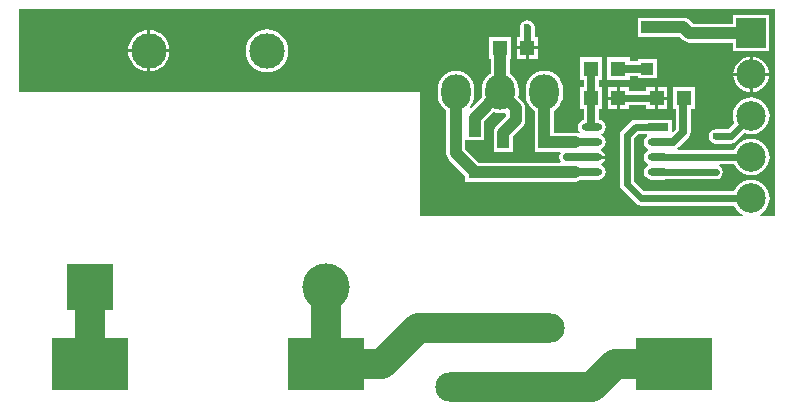
<source format=gbl>
G04*
G04 #@! TF.GenerationSoftware,Altium Limited,Altium Designer,19.0.5 (141)*
G04*
G04 Layer_Physical_Order=4*
G04 Layer_Color=16711680*
%FSLAX25Y25*%
%MOIN*%
G70*
G01*
G75*
%ADD19C,0.02362*%
%ADD20C,0.11811*%
%ADD21R,0.15748X0.15748*%
%ADD22C,0.15748*%
%ADD23C,0.09843*%
%ADD24R,0.09843X0.09843*%
%ADD25O,0.13780X0.09843*%
%ADD26O,0.09843X0.11811*%
%ADD27R,0.25591X0.17717*%
%ADD28C,0.02362*%
%ADD39R,0.03937X0.03937*%
%ADD40R,0.03937X0.03937*%
%ADD41R,0.06890X0.02559*%
%ADD42O,0.06890X0.02559*%
%ADD43R,0.05118X0.05118*%
%ADD44C,0.09843*%
%ADD45C,0.02559*%
%ADD46C,0.01968*%
%ADD47C,0.03937*%
G36*
X253937Y135827D02*
X253937Y66929D01*
X249021D01*
X248895Y67429D01*
X249470Y67736D01*
X250399Y68499D01*
X251162Y69428D01*
X251728Y70488D01*
X252077Y71638D01*
X252195Y72835D01*
X252077Y74031D01*
X251728Y75181D01*
X251162Y76241D01*
X250399Y77171D01*
X249470Y77933D01*
X248410Y78500D01*
X247259Y78849D01*
X246063Y78966D01*
X244867Y78849D01*
X243716Y78500D01*
X242656Y77933D01*
X241727Y77171D01*
X240965Y76241D01*
X240431Y75243D01*
X210447D01*
X207133Y78557D01*
Y92839D01*
X208500Y94206D01*
X210335D01*
Y94153D01*
X211267D01*
X211418Y93654D01*
X211021Y93388D01*
X210477Y92574D01*
X210286Y91614D01*
X210477Y90654D01*
X211021Y89840D01*
X211692Y89392D01*
X211712Y89328D01*
Y88901D01*
X211692Y88836D01*
X211021Y88388D01*
X210477Y87574D01*
X210286Y86614D01*
X210477Y85654D01*
X211021Y84840D01*
X211692Y84392D01*
X211712Y84328D01*
Y83901D01*
X211692Y83836D01*
X211021Y83388D01*
X210477Y82574D01*
X210286Y81614D01*
X210477Y80654D01*
X211021Y79840D01*
X211835Y79296D01*
X212795Y79105D01*
X217126D01*
X217631Y79206D01*
X234252D01*
X235174Y79389D01*
X235955Y79911D01*
X236477Y80692D01*
X236660Y81614D01*
X236477Y82536D01*
X235955Y83317D01*
X235374Y83706D01*
X235525Y84206D01*
X240431D01*
X240965Y83207D01*
X241727Y82278D01*
X242656Y81516D01*
X243716Y80949D01*
X244867Y80600D01*
X246063Y80482D01*
X247259Y80600D01*
X248410Y80949D01*
X249470Y81516D01*
X250399Y82278D01*
X251162Y83207D01*
X251728Y84268D01*
X252077Y85418D01*
X252195Y86614D01*
X252077Y87810D01*
X251728Y88961D01*
X251162Y90021D01*
X250399Y90950D01*
X249470Y91713D01*
X248410Y92279D01*
X247259Y92628D01*
X246063Y92746D01*
X244867Y92628D01*
X243716Y92279D01*
X242656Y91713D01*
X241727Y90950D01*
X240965Y90021D01*
X240431Y89023D01*
X221529D01*
X221378Y89523D01*
X221853Y89840D01*
X225199Y93187D01*
X225743Y94001D01*
X225934Y94961D01*
Y102559D01*
X227362D01*
Y110039D01*
X219882D01*
Y102559D01*
X220916D01*
Y96000D01*
X220048Y95132D01*
X219587Y95323D01*
Y99075D01*
X210335D01*
Y99023D01*
X207502D01*
X206580Y98839D01*
X205799Y98317D01*
X203021Y95539D01*
X202499Y94758D01*
X202316Y93836D01*
Y77559D01*
X202499Y76637D01*
X203021Y75856D01*
X207746Y71132D01*
X208527Y70609D01*
X209449Y70426D01*
X240431D01*
X240965Y69428D01*
X241727Y68499D01*
X242656Y67736D01*
X243231Y67429D01*
X243106Y66929D01*
X232283Y66929D01*
X135827D01*
Y108268D01*
X1969Y108268D01*
Y135827D01*
X253937Y135827D01*
D02*
G37*
G36*
X189306Y21654D02*
D01*
D02*
G37*
%LPC*%
G36*
X252165Y134055D02*
X239961D01*
Y131130D01*
X226769D01*
X225731Y132168D01*
X225073Y132672D01*
X224307Y132990D01*
X223484Y133098D01*
X211417D01*
X211211Y133071D01*
X208268D01*
Y130128D01*
X208241Y129921D01*
X208268Y129715D01*
Y126772D01*
X211211D01*
X211417Y126744D01*
X222168D01*
X223206Y125706D01*
X223864Y125202D01*
X224630Y124884D01*
X225453Y124776D01*
X239961D01*
Y121850D01*
X252165D01*
Y134055D01*
D02*
G37*
G36*
X171457Y132330D02*
X170535Y132146D01*
X169754Y131624D01*
X169231Y130843D01*
X169048Y129921D01*
Y126591D01*
X167898D01*
Y123531D01*
X171457D01*
X175016D01*
Y126591D01*
X173865D01*
Y129921D01*
X173682Y130843D01*
X173160Y131624D01*
X172378Y132146D01*
X171457Y132330D01*
D02*
G37*
G36*
X45776Y128937D02*
Y122547D01*
X52165D01*
X52081Y123401D01*
X51686Y124703D01*
X51045Y125902D01*
X50182Y126954D01*
X49131Y127817D01*
X47931Y128458D01*
X46629Y128853D01*
X45776Y128937D01*
D02*
G37*
G36*
X44776Y128937D02*
X43922Y128853D01*
X42620Y128458D01*
X41421Y127817D01*
X40369Y126954D01*
X39506Y125902D01*
X38865Y124703D01*
X38470Y123401D01*
X38386Y122547D01*
X44776D01*
Y128937D01*
D02*
G37*
G36*
X175016Y122531D02*
X171957D01*
Y119473D01*
X175016D01*
Y122531D01*
D02*
G37*
G36*
X170957D02*
X167898D01*
Y119473D01*
X170957D01*
Y122531D01*
D02*
G37*
G36*
X52165Y121547D02*
X45776D01*
Y115158D01*
X46629Y115242D01*
X47931Y115637D01*
X49131Y116278D01*
X50182Y117141D01*
X51045Y118192D01*
X51686Y119392D01*
X52081Y120694D01*
X52165Y121547D01*
D02*
G37*
G36*
X44776D02*
X38386D01*
X38470Y120694D01*
X38865Y119392D01*
X39506Y118192D01*
X40369Y117141D01*
X41421Y116278D01*
X42620Y115637D01*
X43922Y115242D01*
X44776Y115158D01*
Y121547D01*
D02*
G37*
G36*
X84646Y129168D02*
X83256Y129031D01*
X81921Y128626D01*
X80690Y127968D01*
X79610Y127083D01*
X78725Y126003D01*
X78067Y124772D01*
X77662Y123436D01*
X77525Y122047D01*
X77662Y120658D01*
X78067Y119322D01*
X78725Y118091D01*
X79610Y117012D01*
X80690Y116126D01*
X81921Y115468D01*
X83256Y115063D01*
X84646Y114926D01*
X86035Y115063D01*
X87371Y115468D01*
X88602Y116126D01*
X89681Y117012D01*
X90566Y118091D01*
X91224Y119322D01*
X91630Y120658D01*
X91767Y122047D01*
X91630Y123436D01*
X91224Y124772D01*
X90566Y126003D01*
X89681Y127083D01*
X88602Y127968D01*
X87371Y128626D01*
X86035Y129031D01*
X84646Y129168D01*
D02*
G37*
G36*
X246563Y120074D02*
Y114673D01*
X251964D01*
X251899Y115334D01*
X251560Y116450D01*
X251010Y117479D01*
X250270Y118380D01*
X249369Y119120D01*
X248340Y119670D01*
X247224Y120009D01*
X246563Y120074D01*
D02*
G37*
G36*
X245563D02*
X244902Y120009D01*
X243786Y119670D01*
X242757Y119120D01*
X241856Y118380D01*
X241116Y117479D01*
X240566Y116450D01*
X240227Y115334D01*
X240162Y114673D01*
X245563D01*
Y120074D01*
D02*
G37*
G36*
X205512Y119882D02*
X198031D01*
Y112402D01*
X205512D01*
Y113633D01*
X208268D01*
Y112992D01*
X214567D01*
Y119291D01*
X208268D01*
Y118651D01*
X205512D01*
Y119882D01*
D02*
G37*
G36*
X214067Y109858D02*
X211008D01*
Y108708D01*
X205331D01*
Y109858D01*
X202272D01*
Y106299D01*
Y102740D01*
X205331D01*
Y103891D01*
X211008D01*
Y102740D01*
X214067D01*
Y106299D01*
Y109858D01*
D02*
G37*
G36*
X251964Y113673D02*
X246563D01*
Y108273D01*
X247224Y108338D01*
X248340Y108676D01*
X249369Y109226D01*
X250270Y109966D01*
X251010Y110868D01*
X251560Y111896D01*
X251899Y113013D01*
X251964Y113673D01*
D02*
G37*
G36*
X245563D02*
X240162D01*
X240227Y113013D01*
X240566Y111896D01*
X241116Y110868D01*
X241856Y109966D01*
X242757Y109226D01*
X243786Y108676D01*
X244902Y108338D01*
X245563Y108273D01*
Y113673D01*
D02*
G37*
G36*
X218126Y109858D02*
X215067D01*
Y106799D01*
X218126D01*
Y109858D01*
D02*
G37*
G36*
X201272D02*
X198213D01*
Y106799D01*
X201272D01*
Y109858D01*
D02*
G37*
G36*
X166142Y126772D02*
X158661D01*
Y119291D01*
X159225D01*
Y114473D01*
X158995Y114350D01*
X158066Y113588D01*
X157303Y112659D01*
X156736Y111599D01*
X156387Y110448D01*
X156270Y109252D01*
Y107283D01*
X156328Y106687D01*
X152766Y103124D01*
X152395Y103461D01*
X152736Y103877D01*
X153303Y104937D01*
X153652Y106087D01*
X153770Y107283D01*
Y109252D01*
X153652Y110448D01*
X153303Y111599D01*
X152736Y112659D01*
X151974Y113588D01*
X151044Y114350D01*
X149984Y114917D01*
X148834Y115266D01*
X147638Y115384D01*
X146441Y115266D01*
X145291Y114917D01*
X144231Y114350D01*
X143302Y113588D01*
X142539Y112659D01*
X141973Y111599D01*
X141624Y110448D01*
X141506Y109252D01*
Y107283D01*
X141624Y106087D01*
X141973Y104937D01*
X142539Y103877D01*
X143302Y102948D01*
X144231Y102185D01*
X144461Y102062D01*
Y87913D01*
X144569Y87091D01*
X144887Y86325D01*
X145391Y85667D01*
X150787Y80271D01*
Y78465D01*
X153731D01*
X153937Y78437D01*
X187402D01*
X188224Y78546D01*
X188990Y78863D01*
X189306Y79105D01*
X195079D01*
X196039Y79296D01*
X196853Y79840D01*
X197397Y80654D01*
X197588Y81614D01*
X197397Y82574D01*
X196853Y83388D01*
X196039Y83932D01*
X195940Y83952D01*
Y84461D01*
X195968Y84467D01*
X196722Y84971D01*
X197226Y85725D01*
X197303Y86114D01*
X192913D01*
Y87114D01*
X197303D01*
X197226Y87504D01*
X196722Y88258D01*
X195968Y88761D01*
X195940Y88767D01*
Y89277D01*
X196039Y89296D01*
X196853Y89840D01*
X197397Y90654D01*
X197588Y91614D01*
X197397Y92574D01*
X196853Y93388D01*
X196182Y93836D01*
X196162Y93901D01*
Y94327D01*
X196182Y94392D01*
X196853Y94840D01*
X197397Y95654D01*
X197588Y96614D01*
X197397Y97574D01*
X196853Y98388D01*
X196039Y98932D01*
X195225Y99094D01*
Y102559D01*
X196457D01*
Y110039D01*
X195225D01*
Y112402D01*
X196457D01*
Y119882D01*
X188976D01*
Y112402D01*
X190208D01*
Y110039D01*
X188976D01*
Y102559D01*
X190208D01*
Y99015D01*
X189788Y98932D01*
X188974Y98388D01*
X188430Y97574D01*
X188239Y96614D01*
X188430Y95654D01*
X188907Y94941D01*
X188630Y94514D01*
X188224Y94683D01*
X187402Y94791D01*
X180342D01*
Y102062D01*
X180572Y102185D01*
X181501Y102948D01*
X182264Y103877D01*
X182831Y104937D01*
X183179Y106087D01*
X183297Y107283D01*
Y109252D01*
X183179Y110448D01*
X182831Y111599D01*
X182264Y112659D01*
X181501Y113588D01*
X180572Y114350D01*
X179512Y114917D01*
X178362Y115266D01*
X177165Y115384D01*
X175969Y115266D01*
X174819Y114917D01*
X173759Y114350D01*
X172829Y113588D01*
X172067Y112659D01*
X171500Y111599D01*
X171151Y110448D01*
X171034Y109252D01*
Y107283D01*
X171151Y106087D01*
X171500Y104937D01*
X172067Y103877D01*
X172829Y102948D01*
X173759Y102185D01*
X173989Y102062D01*
Y91614D01*
X174016Y91408D01*
Y88465D01*
X176959D01*
X177165Y88437D01*
X182303D01*
X182570Y87937D01*
X182328Y87574D01*
X182137Y86614D01*
X182328Y85654D01*
X182570Y85291D01*
X182303Y84791D01*
X155253D01*
X150815Y89229D01*
Y92244D01*
X153731D01*
X153937Y92217D01*
X154144Y92244D01*
X157087D01*
Y95187D01*
X157114Y95394D01*
Y98487D01*
X160201Y101574D01*
X161205Y101269D01*
X162402Y101152D01*
X163598Y101269D01*
X164003Y101392D01*
X164405Y101094D01*
Y100135D01*
X161140Y96869D01*
X160635Y96211D01*
X160317Y95445D01*
X160209Y94623D01*
Y91614D01*
X160236Y91408D01*
Y88465D01*
X163179D01*
X163386Y88437D01*
X163592Y88465D01*
X166535D01*
Y91408D01*
X166563Y91614D01*
Y93307D01*
X169828Y96573D01*
X170333Y97230D01*
X170650Y97997D01*
X170758Y98819D01*
Y102959D01*
X170650Y103781D01*
X170333Y104547D01*
X169828Y105205D01*
X168463Y106570D01*
X168534Y107283D01*
Y109252D01*
X168416Y110448D01*
X168067Y111599D01*
X167500Y112659D01*
X166737Y113588D01*
X165808Y114350D01*
X165578Y114473D01*
Y119291D01*
X166142D01*
Y126772D01*
D02*
G37*
G36*
X218126Y105799D02*
X215067D01*
Y102740D01*
X218126D01*
Y105799D01*
D02*
G37*
G36*
X201272D02*
X198213D01*
Y102740D01*
X201272D01*
Y105799D01*
D02*
G37*
G36*
X246063Y106526D02*
X244867Y106408D01*
X243716Y106059D01*
X242656Y105492D01*
X241727Y104730D01*
X240965Y103800D01*
X240398Y102740D01*
X240049Y101590D01*
X239931Y100394D01*
X240049Y99197D01*
X240377Y98114D01*
X238176Y95912D01*
X234252D01*
X233330Y95729D01*
X232549Y95207D01*
X232027Y94426D01*
X231843Y93504D01*
X232027Y92582D01*
X232549Y91801D01*
X233330Y91279D01*
X234252Y91096D01*
X239173D01*
X240095Y91279D01*
X240876Y91801D01*
X243784Y94708D01*
X244867Y94380D01*
X246063Y94262D01*
X247259Y94380D01*
X248410Y94729D01*
X249470Y95295D01*
X250399Y96058D01*
X251162Y96987D01*
X251728Y98047D01*
X252077Y99197D01*
X252195Y100394D01*
X252077Y101590D01*
X251728Y102740D01*
X251162Y103800D01*
X250399Y104730D01*
X249470Y105492D01*
X248410Y106059D01*
X247259Y106408D01*
X246063Y106526D01*
D02*
G37*
%LPD*%
D19*
X209449Y72835D02*
X246063D01*
X204724Y77559D02*
X209449Y72835D01*
X204724Y77559D02*
Y93836D01*
X207502Y96614D01*
X214961D01*
X239173Y93504D02*
X246063Y100394D01*
X234252Y93504D02*
X239173D01*
X214961Y81614D02*
X234252D01*
X214961Y86614D02*
X246063D01*
X171457Y123031D02*
Y129921D01*
X208268Y106299D02*
X214567D01*
X201772D02*
X208268D01*
D20*
X84646Y122047D02*
D03*
X45276D02*
D03*
D21*
X25591Y43307D02*
D03*
D22*
X104331D02*
D03*
D23*
X246063Y72835D02*
D03*
Y114173D02*
D03*
Y100394D02*
D03*
Y86614D02*
D03*
D24*
Y127953D02*
D03*
D25*
X147638Y29528D02*
D03*
Y9843D02*
D03*
X177165Y29528D02*
D03*
Y9843D02*
D03*
D26*
X162402Y108268D02*
D03*
X177165D02*
D03*
X147638D02*
D03*
D27*
X25591Y17717D02*
D03*
X104331D02*
D03*
X220472D02*
D03*
D28*
X234252Y93504D02*
D03*
Y81614D02*
D03*
X171457Y129921D02*
D03*
X184646Y86614D02*
D03*
X208268Y106299D02*
D03*
D39*
X153937Y95394D02*
D03*
Y81614D02*
D03*
X211417Y116142D02*
D03*
Y129921D02*
D03*
D40*
X177165Y91614D02*
D03*
X163386D02*
D03*
D41*
X214961Y96614D02*
D03*
D42*
Y91614D02*
D03*
Y86614D02*
D03*
Y81614D02*
D03*
X192913Y96614D02*
D03*
Y91614D02*
D03*
Y86614D02*
D03*
Y81614D02*
D03*
D43*
X192717Y116142D02*
D03*
X201772D02*
D03*
X171457Y123031D02*
D03*
X162402D02*
D03*
X214567Y106299D02*
D03*
X223622D02*
D03*
X201772D02*
D03*
X192717D02*
D03*
D44*
X200787Y17717D02*
X220472D01*
X192913Y9843D02*
X200787Y17717D01*
X177165Y9843D02*
X192913D01*
X147638D02*
X177165D01*
X104331Y17717D02*
Y43307D01*
X25591Y17717D02*
Y43307D01*
X134843Y29528D02*
X147638D01*
X123031Y17717D02*
X134843Y29528D01*
X104331Y17717D02*
X123031D01*
X147638Y29528D02*
X177165D01*
D45*
X223425Y94961D02*
Y106102D01*
X220079Y91614D02*
X223425Y94961D01*
X214961Y91614D02*
X220079D01*
X184646Y86614D02*
X192913D01*
X187402Y81614D02*
X192913D01*
X187402Y91614D02*
X192913D01*
X211417Y129921D02*
X211917Y129421D01*
X201772Y116142D02*
X211417D01*
X192717Y96811D02*
Y106299D01*
Y115157D01*
D46*
X214919Y96573D02*
X214961Y96614D01*
X162402Y108139D02*
Y108268D01*
X246063Y86614D02*
X246063Y86614D01*
X223425Y106102D02*
X223484Y106161D01*
X25591Y17717D02*
X25591Y17717D01*
X162402Y123031D02*
X162402Y123031D01*
X192717Y96811D02*
X192913Y96614D01*
D47*
X153937Y99803D02*
X162402Y108268D01*
X153937Y95394D02*
Y99803D01*
X147638Y87913D02*
Y108268D01*
Y87913D02*
X153937Y81614D01*
X187402D01*
X162402Y108139D02*
X167582Y102959D01*
Y98819D02*
Y102959D01*
X163386Y94623D02*
X167582Y98819D01*
X163386Y91614D02*
Y94623D01*
X177165Y91614D02*
X187402D01*
X177165D02*
Y108268D01*
X211417Y129921D02*
X223484D01*
X225453Y127953D01*
X246063D01*
X162402Y108268D02*
Y123031D01*
M02*

</source>
